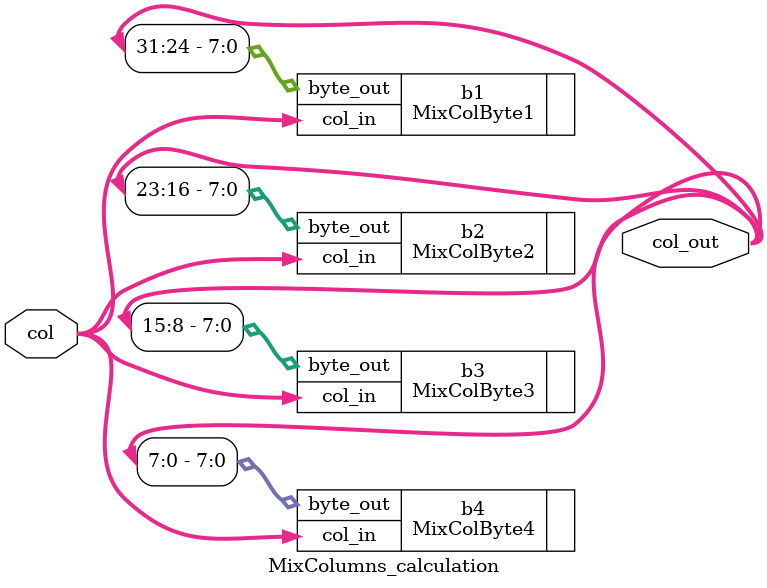
<source format=v>
`timescale 1ns / 1ps


module MixColumns_calculation(
    input [31:0] col,
    output [31:0] col_out
    );   
    MixColByte1 b1(.col_in(col),
                   .byte_out(col_out[31:24])
                   );
                   
    MixColByte2 b2(.col_in(col),
                   .byte_out(col_out[23:16])
                   );
                   
    MixColByte3 b3(.col_in(col),
                   .byte_out(col_out[15:8])
                   );
                   
    MixColByte4 b4(.col_in(col),
                   .byte_out(col_out[7:0])
                   );
endmodule

</source>
